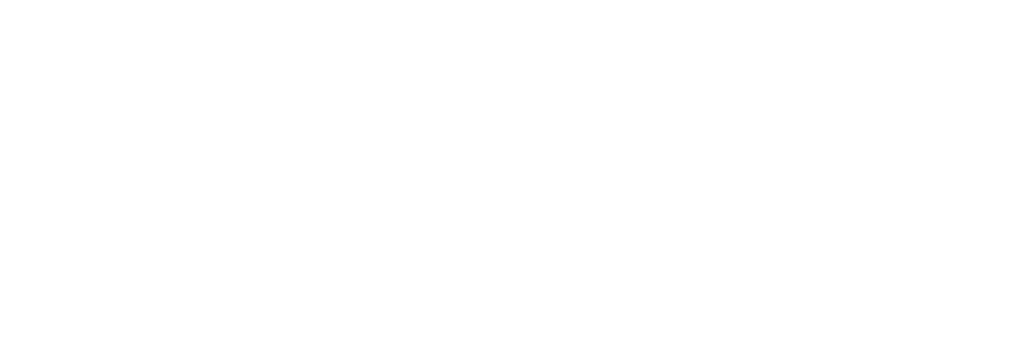
<source format=kicad_pcb>
(kicad_pcb (version 4) (generator "gerbview") (generator_version "8.0")

  (layers 
    (0 F.Cu signal)
    (31 B.Cu signal)
    (32 B.Adhes user)
    (33 F.Adhes user)
    (34 B.Paste user)
    (35 F.Paste user)
    (36 B.SilkS user)
    (37 F.SilkS user)
    (38 B.Mask user)
    (39 F.Mask user)
    (40 Dwgs.User user)
    (41 Cmts.User user)
    (42 Eco1.User user)
    (43 Eco2.User user)
    (44 Edge.Cuts user)
  )

(gr_line (start 55.118 90.424) (end 141.478 90.424) (layer Eco1.User) (width 0.05))
(gr_line (start 141.478 90.424) (end 141.478 120.424) (layer Eco1.User) (width 0.05))
(gr_line (start 141.478 120.424) (end 55.118 120.424) (layer Eco1.User) (width 0.05))
(gr_line (start 55.118 120.424) (end 55.118 90.424) (layer Eco1.User) (width 0.05))
)

</source>
